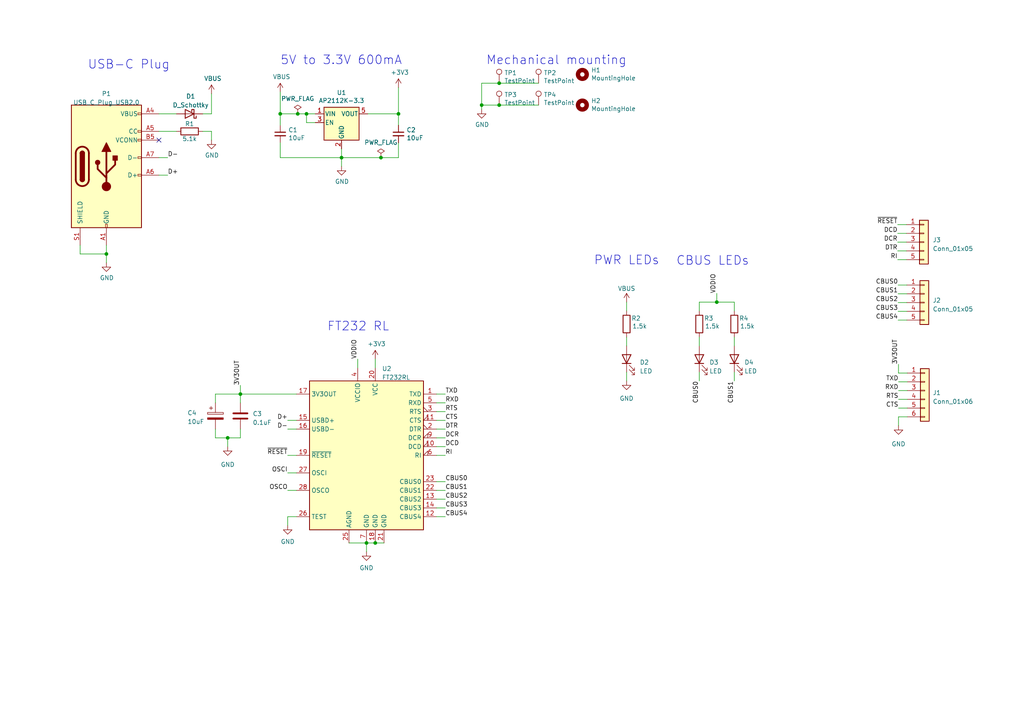
<source format=kicad_sch>
(kicad_sch (version 20230121) (generator eeschema)
  (paper "A4")
  (title_block (title "Expansion Card Template") (date "2023-4-24") (rev "X1") (comment 1 "This work is licensed under a Creative Commons Attribution 4.0 International License") (comment 4 "https://baumistlustig.eu"))
  (lib_symbols
    (symbol "Connector:TestPoint" (pin_numbers hide) (pin_names (offset 0.762) hide)
      (property "Reference" "TP" (at 0 6.858 0))
      (property "Value" "TestPoint" (at 0 5.08 0))
      (symbol "TestPoint_0_1"
        (circle (center 0 3.302) (radius 0.762))
      )
      (symbol "TestPoint_1_1"
        (pin passive line (at 0 0 90) (length 2.54) (name "1") (number "1"))
      )
    )
    (symbol "Connector:USB_C_Plug_USB2.0" (pin_names (offset 1.016))
      (property "Reference" "P" (at -10.16 19.05 0))
      (property "Value" "USB_C_Plug_USB2.0" (at 12.7 19.05 0))
      (symbol "USB_C_Plug_USB2.0_0_0"
        (rectangle (start -0.254 -17.78) (end 0.254 -16.764))
        (rectangle (start 10.16 -2.286) (end 9.144 -2.794))
        (rectangle (start 10.16 2.794) (end 9.144 2.286))
        (rectangle (start 10.16 7.874) (end 9.144 7.366))
        (rectangle (start 10.16 10.414) (end 9.144 9.906))
        (rectangle (start 10.16 15.494) (end 9.144 14.986))
      )
      (symbol "USB_C_Plug_USB2.0_0_1"
        (rectangle (start -10.16 17.78) (end 10.16 -17.78) (stroke (width 0.254)) (fill (type background)))
        (arc (start -8.89 -3.81) (mid -6.985 -5.7067) (end -5.08 -3.81) (stroke (width 0.508)))
        (arc (start -7.62 -3.81) (mid -6.985 -4.4423) (end -6.35 -3.81) (stroke (width 0.254)))
        (arc (start -7.62 -3.81) (mid -6.985 -4.4423) (end -6.35 -3.81) (stroke (width 0.254)) (fill (type outline)))
        (rectangle (start -7.62 -3.81) (end -6.35 3.81) (stroke (width 0.254)) (fill (type outline)))
        (arc (start -6.35 3.81) (mid -6.985 4.4423) (end -7.62 3.81) (stroke (width 0.254)))
        (arc (start -6.35 3.81) (mid -6.985 4.4423) (end -7.62 3.81) (stroke (width 0.254)) (fill (type outline)))
        (arc (start -5.08 3.81) (mid -6.985 5.7067) (end -8.89 3.81) (stroke (width 0.508)))
        (circle (center -2.54 1.143) (radius 0.635) (stroke (width 0.254)) (fill (type outline)))
        (circle (center 0 -5.842) (radius 1.27) (fill (type outline)))
        (polyline (pts (xy -8.89 -3.81) (xy -8.89 3.81)) (stroke (width 0.508)))
        (polyline (pts (xy -5.08 3.81) (xy -5.08 -3.81)) (stroke (width 0.508)))
        (polyline (pts (xy 0 -5.842) (xy 0 4.318)) (stroke (width 0.508)))
        (polyline (pts (xy 0 -3.302) (xy -2.54 -0.762) (xy -2.54 0.508)) (stroke (width 0.508)))
        (polyline (pts (xy 0 -2.032) (xy 2.54 0.508) (xy 2.54 1.778)) (stroke (width 0.508)))
        (polyline (pts (xy -1.27 4.318) (xy 0 6.858) (xy 1.27 4.318) (xy -1.27 4.318)) (stroke (width 0.254)) (fill (type outline)))
        (rectangle (start 1.905 1.778) (end 3.175 3.048) (stroke (width 0.254)) (fill (type outline)))
      )
      (symbol "USB_C_Plug_USB2.0_1_1"
        (pin passive line (at 0 -22.86 90) (length 5.08) (name "GND") (number "A1"))
        (pin passive line (at 0 -22.86 90) (length 5.08) hide (name "GND") (number "A12"))
        (pin passive line (at 15.24 15.24 180) (length 5.08) (name "VBUS") (number "A4"))
        (pin bidirectional line (at 15.24 10.16 180) (length 5.08) (name "CC") (number "A5"))
        (pin bidirectional line (at 15.24 -2.54 180) (length 5.08) (name "D+") (number "A6"))
        (pin bidirectional line (at 15.24 2.54 180) (length 5.08) (name "D-") (number "A7"))
        (pin passive line (at 15.24 15.24 180) (length 5.08) hide (name "VBUS") (number "A9"))
        (pin passive line (at 0 -22.86 90) (length 5.08) hide (name "GND") (number "B1"))
        (pin passive line (at 0 -22.86 90) (length 5.08) hide (name "GND") (number "B12"))
        (pin passive line (at 15.24 15.24 180) (length 5.08) hide (name "VBUS") (number "B4"))
        (pin bidirectional line (at 15.24 7.62 180) (length 5.08) (name "VCONN") (number "B5"))
        (pin passive line (at 15.24 15.24 180) (length 5.08) hide (name "VBUS") (number "B9"))
        (pin passive line (at -7.62 -22.86 90) (length 5.08) (name "SHIELD") (number "S1"))
      )
    )
    (symbol "Connector_Generic:Conn_01x05" (pin_names (offset 1.016) hide)
      (property "Reference" "J" (at 0 7.62 0))
      (property "Value" "Conn_01x05" (at 0 -7.62 0))
      (symbol "Conn_01x05_1_1"
        (rectangle (start -1.27 -4.953) (end 0 -5.207) (stroke (width 0.1524)))
        (rectangle (start -1.27 -2.413) (end 0 -2.667) (stroke (width 0.1524)))
        (rectangle (start -1.27 0.127) (end 0 -0.127) (stroke (width 0.1524)))
        (rectangle (start -1.27 2.667) (end 0 2.413) (stroke (width 0.1524)))
        (rectangle (start -1.27 5.207) (end 0 4.953) (stroke (width 0.1524)))
        (rectangle (start -1.27 6.35) (end 1.27 -6.35) (stroke (width 0.254)) (fill (type background)))
        (pin passive line (at -5.08 5.08 0) (length 3.81) (name "Pin_1") (number "1"))
        (pin passive line (at -5.08 2.54 0) (length 3.81) (name "Pin_2") (number "2"))
        (pin passive line (at -5.08 0 0) (length 3.81) (name "Pin_3") (number "3"))
        (pin passive line (at -5.08 -2.54 0) (length 3.81) (name "Pin_4") (number "4"))
        (pin passive line (at -5.08 -5.08 0) (length 3.81) (name "Pin_5") (number "5"))
      )
    )
    (symbol "Connector_Generic:Conn_01x06" (pin_names (offset 1.016) hide)
      (property "Reference" "J" (at 0 7.62 0))
      (property "Value" "Conn_01x06" (at 0 -10.16 0))
      (symbol "Conn_01x06_1_1"
        (rectangle (start -1.27 -7.493) (end 0 -7.747) (stroke (width 0.1524)))
        (rectangle (start -1.27 -4.953) (end 0 -5.207) (stroke (width 0.1524)))
        (rectangle (start -1.27 -2.413) (end 0 -2.667) (stroke (width 0.1524)))
        (rectangle (start -1.27 0.127) (end 0 -0.127) (stroke (width 0.1524)))
        (rectangle (start -1.27 2.667) (end 0 2.413) (stroke (width 0.1524)))
        (rectangle (start -1.27 5.207) (end 0 4.953) (stroke (width 0.1524)))
        (rectangle (start -1.27 6.35) (end 1.27 -8.89) (stroke (width 0.254)) (fill (type background)))
        (pin passive line (at -5.08 5.08 0) (length 3.81) (name "Pin_1") (number "1"))
        (pin passive line (at -5.08 2.54 0) (length 3.81) (name "Pin_2") (number "2"))
        (pin passive line (at -5.08 0 0) (length 3.81) (name "Pin_3") (number "3"))
        (pin passive line (at -5.08 -2.54 0) (length 3.81) (name "Pin_4") (number "4"))
        (pin passive line (at -5.08 -5.08 0) (length 3.81) (name "Pin_5") (number "5"))
        (pin passive line (at -5.08 -7.62 0) (length 3.81) (name "Pin_6") (number "6"))
      )
    )
    (symbol "Device:C" (pin_numbers hide) (pin_names (offset 0.254))
      (property "Reference" "C" (at 0.635 2.54 0))
      (property "Value" "C" (at 0.635 -2.54 0))
      (symbol "C_0_1"
        (polyline (pts (xy -2.032 -0.762) (xy 2.032 -0.762)) (stroke (width 0.508)))
        (polyline (pts (xy -2.032 0.762) (xy 2.032 0.762)) (stroke (width 0.508)))
      )
      (symbol "C_1_1"
        (pin passive line (at 0 3.81 270) (length 2.794) (name "~") (number "1"))
        (pin passive line (at 0 -3.81 90) (length 2.794) (name "~") (number "2"))
      )
    )
    (symbol "Device:C_Polarized" (pin_numbers hide) (pin_names (offset 0.254))
      (property "Reference" "C" (at 0.635 2.54 0))
      (property "Value" "C_Polarized" (at 0.635 -2.54 0))
      (symbol "C_Polarized_0_1"
        (rectangle (start -2.286 0.508) (end 2.286 1.016))
        (polyline (pts (xy -1.778 2.286) (xy -0.762 2.286)))
        (polyline (pts (xy -1.27 2.794) (xy -1.27 1.778)))
        (rectangle (start 2.286 -0.508) (end -2.286 -1.016) (fill (type outline)))
      )
      (symbol "C_Polarized_1_1"
        (pin passive line (at 0 3.81 270) (length 2.794) (name "~") (number "1"))
        (pin passive line (at 0 -3.81 90) (length 2.794) (name "~") (number "2"))
      )
    )
    (symbol "Device:C_Small" (pin_numbers hide) (pin_names (offset 0.254) hide)
      (property "Reference" "C" (at 0.254 1.778 0))
      (property "Value" "C_Small" (at 0.254 -2.032 0))
      (symbol "C_Small_0_1"
        (polyline (pts (xy -1.524 -0.508) (xy 1.524 -0.508)) (stroke (width 0.3302)))
        (polyline (pts (xy -1.524 0.508) (xy 1.524 0.508)) (stroke (width 0.3048)))
      )
      (symbol "C_Small_1_1"
        (pin passive line (at 0 2.54 270) (length 2.032) (name "~") (number "1"))
        (pin passive line (at 0 -2.54 90) (length 2.032) (name "~") (number "2"))
      )
    )
    (symbol "Device:D_Schottky" (pin_numbers hide) (pin_names (offset 1.016) hide)
      (property "Reference" "D" (at 0 2.54 0))
      (property "Value" "D_Schottky" (at 0 -2.54 0))
      (symbol "D_Schottky_0_1"
        (polyline (pts (xy 1.27 0) (xy -1.27 0)))
        (polyline (pts (xy 1.27 1.27) (xy 1.27 -1.27) (xy -1.27 0) (xy 1.27 1.27)) (stroke (width 0.254)))
        (polyline (pts (xy -1.905 0.635) (xy -1.905 1.27) (xy -1.27 1.27) (xy -1.27 -1.27) (xy -0.635 -1.27) (xy -0.635 -0.635)) (stroke (width 0.254)))
      )
      (symbol "D_Schottky_1_1"
        (pin passive line (at -3.81 0 0) (length 2.54) (name "K") (number "1"))
        (pin passive line (at 3.81 0 180) (length 2.54) (name "A") (number "2"))
      )
    )
    (symbol "Device:LED" (pin_numbers hide) (pin_names (offset 1.016) hide)
      (property "Reference" "D" (at 0 2.54 0))
      (property "Value" "LED" (at 0 -2.54 0))
      (symbol "LED_0_1"
        (polyline (pts (xy -1.27 -1.27) (xy -1.27 1.27)) (stroke (width 0.254)))
        (polyline (pts (xy -1.27 0) (xy 1.27 0)))
        (polyline (pts (xy 1.27 -1.27) (xy 1.27 1.27) (xy -1.27 0) (xy 1.27 -1.27)) (stroke (width 0.254)))
        (polyline (pts (xy -3.048 -0.762) (xy -4.572 -2.286) (xy -3.81 -2.286) (xy -4.572 -2.286) (xy -4.572 -1.524)))
        (polyline (pts (xy -1.778 -0.762) (xy -3.302 -2.286) (xy -2.54 -2.286) (xy -3.302 -2.286) (xy -3.302 -1.524)))
      )
      (symbol "LED_1_1"
        (pin passive line (at -3.81 0 0) (length 2.54) (name "K") (number "1"))
        (pin passive line (at 3.81 0 180) (length 2.54) (name "A") (number "2"))
      )
    )
    (symbol "Device:R" (pin_numbers hide) (pin_names (offset 0))
      (property "Reference" "R" (at 2.032 0 90))
      (property "Value" "R" (at 0 0 90))
      (symbol "R_0_1"
        (rectangle (start -1.016 -2.54) (end 1.016 2.54) (stroke (width 0.254)))
      )
      (symbol "R_1_1"
        (pin passive line (at 0 3.81 270) (length 1.27) (name "~") (number "1"))
        (pin passive line (at 0 -3.81 90) (length 1.27) (name "~") (number "2"))
      )
    )
    (symbol "Expansion_Card-rescue:+3.3V-power" (power) (pin_names (offset 0))
      (property "Value" "+3.3V-power" (at 0 3.556 0))
      (symbol "+3.3V-power_0_1"
        (polyline (pts (xy -0.762 1.27) (xy 0 2.54)))
        (polyline (pts (xy 0 0) (xy 0 2.54)))
        (polyline (pts (xy 0 2.54) (xy 0.762 1.27)))
      )
      (symbol "+3.3V-power_1_1"
        (pin power_in line (at 0 0 90) (length 0) hide (name "+3V3") (number "1"))
      )
    )
    (symbol "GND_1" (power) (pin_names (offset 0))
      (property "Value" "GND_1" (at 0 -3.81 0))
      (symbol "GND_1_0_1"
        (polyline (pts (xy 0 0) (xy 0 -1.27) (xy 1.27 -1.27) (xy 0 -2.54) (xy -1.27 -1.27) (xy 0 -1.27)))
      )
      (symbol "GND_1_1_1"
        (pin power_in line (at 0 0 270) (length 0) hide (name "GND") (number "1"))
      )
    )
    (symbol "GND_2" (power) (pin_names (offset 0))
      (property "Value" "GND_2" (at 0 -3.81 0))
      (symbol "GND_2_0_1"
        (polyline (pts (xy 0 0) (xy 0 -1.27) (xy 1.27 -1.27) (xy 0 -2.54) (xy -1.27 -1.27) (xy 0 -1.27)))
      )
      (symbol "GND_2_1_1"
        (pin power_in line (at 0 0 270) (length 0) hide (name "GND") (number "1"))
      )
    )
    (symbol "GND_3" (power) (pin_names (offset 0))
      (property "Value" "GND_3" (at 0 -3.81 0))
      (symbol "GND_3_0_1"
        (polyline (pts (xy 0 0) (xy 0 -1.27) (xy 1.27 -1.27) (xy 0 -2.54) (xy -1.27 -1.27) (xy 0 -1.27)))
      )
      (symbol "GND_3_1_1"
        (pin power_in line (at 0 0 270) (length 0) hide (name "GND") (number "1"))
      )
    )
    (symbol "GND_4" (power) (pin_names (offset 0))
      (property "Value" "GND_4" (at 0 -3.81 0))
      (symbol "GND_4_0_1"
        (polyline (pts (xy 0 0) (xy 0 -1.27) (xy 1.27 -1.27) (xy 0 -2.54) (xy -1.27 -1.27) (xy 0 -1.27)))
      )
      (symbol "GND_4_1_1"
        (pin power_in line (at 0 0 270) (length 0) hide (name "GND") (number "1"))
      )
    )
    (symbol "Interface_USB:FT232RL"
      (property "Reference" "U" (at -16.51 22.86 0))
      (property "Value" "FT232RL" (at 10.16 22.86 0))
      (symbol "FT232RL_0_1"
        (rectangle (start -16.51 21.59) (end 16.51 -21.59) (stroke (width 0.254)) (fill (type background)))
      )
      (symbol "FT232RL_1_1"
        (pin output line (at 20.32 17.78 180) (length 3.81) (name "TXD") (number "1"))
        (pin input input_low (at 20.32 2.54 180) (length 3.81) (name "DCD") (number "10"))
        (pin input input_low (at 20.32 10.16 180) (length 3.81) (name "CTS") (number "11"))
        (pin bidirectional line (at 20.32 -17.78 180) (length 3.81) (name "CBUS4") (number "12"))
        (pin bidirectional line (at 20.32 -12.7 180) (length 3.81) (name "CBUS2") (number "13"))
        (pin bidirectional line (at 20.32 -15.24 180) (length 3.81) (name "CBUS3") (number "14"))
        (pin bidirectional line (at -20.32 10.16 0) (length 3.81) (name "USBD+") (number "15"))
        (pin bidirectional line (at -20.32 7.62 0) (length 3.81) (name "USBD-") (number "16"))
        (pin power_out line (at -20.32 17.78 0) (length 3.81) (name "3V3OUT") (number "17"))
        (pin power_in line (at 2.54 -25.4 90) (length 3.81) (name "GND") (number "18"))
        (pin input line (at -20.32 0 0) (length 3.81) (name "~{RESET}") (number "19"))
        (pin output output_low (at 20.32 7.62 180) (length 3.81) (name "DTR") (number "2"))
        (pin power_in line (at 2.54 25.4 270) (length 3.81) (name "VCC") (number "20"))
        (pin power_in line (at 5.08 -25.4 90) (length 3.81) (name "GND") (number "21"))
        (pin bidirectional line (at 20.32 -10.16 180) (length 3.81) (name "CBUS1") (number "22"))
        (pin bidirectional line (at 20.32 -7.62 180) (length 3.81) (name "CBUS0") (number "23"))
        (pin power_in line (at -5.08 -25.4 90) (length 3.81) (name "AGND") (number "25"))
        (pin input line (at -20.32 -17.78 0) (length 3.81) (name "TEST") (number "26"))
        (pin input line (at -20.32 -5.08 0) (length 3.81) (name "OSCI") (number "27"))
        (pin output line (at -20.32 -10.16 0) (length 3.81) (name "OSCO") (number "28"))
        (pin output output_low (at 20.32 12.7 180) (length 3.81) (name "RTS") (number "3"))
        (pin power_in line (at -2.54 25.4 270) (length 3.81) (name "VCCIO") (number "4"))
        (pin input line (at 20.32 15.24 180) (length 3.81) (name "RXD") (number "5"))
        (pin input input_low (at 20.32 0 180) (length 3.81) (name "RI") (number "6"))
        (pin power_in line (at 0 -25.4 90) (length 3.81) (name "GND") (number "7"))
        (pin input input_low (at 20.32 5.08 180) (length 3.81) (name "DCR") (number "9"))
      )
    )
    (symbol "Mechanical:MountingHole" (pin_names (offset 1.016))
      (property "Reference" "H" (at 0 5.08 0))
      (property "Value" "MountingHole" (at 0 3.175 0))
      (symbol "MountingHole_0_1"
        (circle (center 0 0) (radius 1.27) (stroke (width 1.27)))
      )
    )
    (symbol "Regulator_Linear:AP2112K-3.3" (pin_names (offset 0.254))
      (property "Reference" "U" (at -5.08 5.715 0))
      (property "Value" "AP2112K-3.3" (at 0 5.715 0))
      (symbol "AP2112K-3.3_0_1"
        (rectangle (start -5.08 4.445) (end 5.08 -5.08) (stroke (width 0.254)) (fill (type background)))
      )
      (symbol "AP2112K-3.3_1_1"
        (pin power_in line (at -7.62 2.54 0) (length 2.54) (name "VIN") (number "1"))
        (pin power_in line (at 0 -7.62 90) (length 2.54) (name "GND") (number "2"))
        (pin input line (at -7.62 0 0) (length 2.54) (name "EN") (number "3"))
        (pin no_connect line (at 5.08 0 180) (length 2.54) hide (name "NC") (number "4"))
        (pin power_out line (at 7.62 2.54 180) (length 2.54) (name "VOUT") (number "5"))
      )
    )
    (symbol "VBUS_1" (power) (pin_names (offset 0))
      (property "Value" "VBUS_1" (at 0 3.81 0))
      (symbol "VBUS_1_0_1"
        (polyline (pts (xy -0.762 1.27) (xy 0 2.54)))
        (polyline (pts (xy 0 0) (xy 0 2.54)))
        (polyline (pts (xy 0 2.54) (xy 0.762 1.27)))
      )
      (symbol "VBUS_1_1_1"
        (pin power_in line (at 0 0 90) (length 0) hide (name "VBUS") (number "1"))
      )
    )
    (symbol "power:GND" (power) (pin_names (offset 0))
      (property "Value" "GND" (at 0 -3.81 0))
      (symbol "GND_0_1"
        (polyline (pts (xy 0 0) (xy 0 -1.27) (xy 1.27 -1.27) (xy 0 -2.54) (xy -1.27 -1.27) (xy 0 -1.27)))
      )
      (symbol "GND_1_1"
        (pin power_in line (at 0 0 270) (length 0) hide (name "GND") (number "1"))
      )
    )
    (symbol "power:PWR_FLAG" (power) (pin_numbers hide) (pin_names (offset 0) hide)
      (property "Value" "PWR_FLAG" (at 0 3.81 0))
      (symbol "PWR_FLAG_0_0"
        (pin power_out line (at 0 0 90) (length 0) (name "pwr") (number "1"))
      )
      (symbol "PWR_FLAG_0_1"
        (polyline (pts (xy 0 0) (xy 0 1.27) (xy -1.016 1.905) (xy 0 2.54) (xy 1.016 1.905) (xy 0 1.27)))
      )
    )
    (symbol "power:VBUS" (power) (pin_names (offset 0))
      (property "Value" "VBUS" (at 0 3.81 0))
      (symbol "VBUS_0_1"
        (polyline (pts (xy -0.762 1.27) (xy 0 2.54)))
        (polyline (pts (xy 0 0) (xy 0 2.54)))
        (polyline (pts (xy 0 2.54) (xy 0.762 1.27)))
      )
      (symbol "VBUS_1_1"
        (pin power_in line (at 0 0 90) (length 0) hide (name "VBUS") (number "1"))
      )
    )
  )
  (junction (at 81.28 33.02))
  (junction (at 30.861 73.66))
  (junction (at 69.723 114.3))
  (junction (at 86.36 33.02))
  (junction (at 144.78 24.13))
  (junction (at 99.06 45.72))
  (junction (at 115.57 33.02))
  (junction (at 144.78 30.48))
  (junction (at 106.299 157.48))
  (junction (at 139.7 30.48))
  (junction (at 110.49 45.72))
  (junction (at 207.899 87.63))
  (junction (at 88.9 33.02))
  (junction (at 66.04 127))
  (junction (at 108.839 157.48))
  (no_connect (at 46.101 40.64))
  (wire (pts (xy 108.839 106.68) (xy 108.839 104.14)))
  (wire (pts (xy 106.299 160.02) (xy 106.299 157.48)))
  (wire (pts (xy 260.604 113.284) (xy 263.144 113.284)))
  (wire (pts (xy 260.35 70.231) (xy 262.89 70.231)))
  (wire (pts (xy 139.7 24.13) (xy 139.7 30.48)))
  (wire (pts (xy 69.723 114.3) (xy 69.723 111.76)))
  (wire (pts (xy 260.35 67.691) (xy 262.89 67.691)))
  (wire (pts (xy 260.477 90.297) (xy 263.017 90.297)))
  (wire (pts (xy 83.439 152.4) (xy 83.439 149.86)))
  (wire (pts (xy 260.604 108.204) (xy 263.144 108.204)))
  (wire (pts (xy 115.57 36.322) (xy 115.57 33.02)))
  (wire (pts (xy 129.159 144.78) (xy 126.619 144.78)))
  (wire (pts (xy 86.36 33.02) (xy 88.9 33.02)))
  (wire (pts (xy 91.44 35.56) (xy 88.9 35.56)))
  (wire (pts (xy 99.06 43.18) (xy 99.06 45.72)))
  (wire (pts (xy 61.341 38.1) (xy 61.341 40.64)))
  (wire (pts (xy 202.819 90.17) (xy 202.819 87.63)))
  (wire (pts (xy 139.7 31.75) (xy 139.7 30.48)))
  (wire (pts (xy 202.819 87.63) (xy 207.899 87.63)))
  (wire (pts (xy 181.737 90.17) (xy 181.737 87.63)))
  (wire (pts (xy 212.979 87.63) (xy 212.979 90.17)))
  (wire (pts (xy 48.641 45.72) (xy 46.101 45.72)))
  (wire (pts (xy 46.101 33.02) (xy 51.181 33.02)))
  (wire (pts (xy 260.477 87.757) (xy 263.017 87.757)))
  (wire (pts (xy 129.159 147.32) (xy 126.619 147.32)))
  (wire (pts (xy 62.484 127) (xy 66.04 127)))
  (wire (pts (xy 110.49 45.72) (xy 115.57 45.72)))
  (wire (pts (xy 106.68 33.02) (xy 115.57 33.02)))
  (wire (pts (xy 23.241 73.66) (xy 30.861 73.66)))
  (wire (pts (xy 207.899 87.63) (xy 212.979 87.63)))
  (wire (pts (xy 260.604 110.744) (xy 263.144 110.744)))
  (wire (pts (xy 61.341 33.02) (xy 61.341 27.178)))
  (wire (pts (xy 48.641 50.8) (xy 46.101 50.8)))
  (wire (pts (xy 58.801 33.02) (xy 61.341 33.02)))
  (wire (pts (xy 69.723 114.3) (xy 85.979 114.3)))
  (wire (pts (xy 62.484 127) (xy 62.484 124.46)))
  (wire (pts (xy 81.28 41.402) (xy 81.28 45.72)))
  (wire (pts (xy 207.899 87.63) (xy 207.899 85.09)))
  (wire (pts (xy 129.159 127) (xy 126.619 127)))
  (wire (pts (xy 129.159 139.7) (xy 126.619 139.7)))
  (wire (pts (xy 81.28 36.322) (xy 81.28 33.02)))
  (wire (pts (xy 81.28 45.72) (xy 99.06 45.72)))
  (wire (pts (xy 260.35 75.311) (xy 262.89 75.311)))
  (wire (pts (xy 181.737 100.33) (xy 181.737 97.79)))
  (wire (pts (xy 144.78 24.13) (xy 139.7 24.13)))
  (wire (pts (xy 260.35 72.771) (xy 262.89 72.771)))
  (wire (pts (xy 129.159 124.46) (xy 126.619 124.46)))
  (wire (pts (xy 103.759 106.68) (xy 103.759 104.14)))
  (wire (pts (xy 129.159 129.54) (xy 126.619 129.54)))
  (wire (pts (xy 202.819 110.49) (xy 202.819 107.95)))
  (wire (pts (xy 260.604 108.204) (xy 260.604 105.664)))
  (wire (pts (xy 58.801 38.1) (xy 61.341 38.1)))
  (wire (pts (xy 62.484 114.3) (xy 69.723 114.3)))
  (wire (pts (xy 181.737 110.49) (xy 181.737 107.95)))
  (wire (pts (xy 99.06 48.26) (xy 99.06 45.72)))
  (wire (pts (xy 202.819 100.33) (xy 202.819 97.79)))
  (wire (pts (xy 83.439 124.46) (xy 85.979 124.46)))
  (wire (pts (xy 23.241 71.12) (xy 23.241 73.66)))
  (wire (pts (xy 260.604 120.904) (xy 263.144 120.904)))
  (wire (pts (xy 115.57 41.402) (xy 115.57 45.72)))
  (wire (pts (xy 212.979 107.95) (xy 212.979 110.49)))
  (wire (pts (xy 30.861 76.2) (xy 30.861 73.66)))
  (wire (pts (xy 260.35 65.151) (xy 262.89 65.151)))
  (wire (pts (xy 83.439 137.16) (xy 85.979 137.16)))
  (wire (pts (xy 88.9 33.02) (xy 91.44 33.02)))
  (wire (pts (xy 129.159 142.24) (xy 126.619 142.24)))
  (wire (pts (xy 66.04 127) (xy 69.723 127)))
  (wire (pts (xy 106.299 157.48) (xy 108.839 157.48)))
  (wire (pts (xy 129.159 119.38) (xy 126.619 119.38)))
  (wire (pts (xy 83.439 142.24) (xy 85.979 142.24)))
  (wire (pts (xy 260.604 115.824) (xy 263.144 115.824)))
  (wire (pts (xy 81.28 33.02) (xy 86.36 33.02)))
  (wire (pts (xy 99.06 45.72) (xy 110.49 45.72)))
  (wire (pts (xy 83.439 121.92) (xy 85.979 121.92)))
  (wire (pts (xy 129.159 116.84) (xy 126.619 116.84)))
  (wire (pts (xy 30.861 73.66) (xy 30.861 71.12)))
  (wire (pts (xy 260.477 92.837) (xy 263.017 92.837)))
  (wire (pts (xy 260.477 85.217) (xy 263.017 85.217)))
  (wire (pts (xy 83.439 132.08) (xy 85.979 132.08)))
  (wire (pts (xy 46.101 38.1) (xy 51.181 38.1)))
  (wire (pts (xy 62.484 114.3) (xy 62.484 116.84)))
  (wire (pts (xy 69.723 114.3) (xy 69.723 116.84)))
  (wire (pts (xy 260.477 82.677) (xy 263.017 82.677)))
  (wire (pts (xy 156.21 30.48) (xy 144.78 30.48)))
  (wire (pts (xy 129.159 132.08) (xy 126.619 132.08)))
  (wire (pts (xy 101.219 157.48) (xy 106.299 157.48)))
  (wire (pts (xy 66.04 129.54) (xy 66.04 127)))
  (wire (pts (xy 83.439 149.86) (xy 85.979 149.86)))
  (wire (pts (xy 129.159 149.86) (xy 126.619 149.86)))
  (wire (pts (xy 156.21 24.13) (xy 144.78 24.13)))
  (wire (pts (xy 108.839 157.48) (xy 111.379 157.48)))
  (wire (pts (xy 129.159 114.3) (xy 126.619 114.3)))
  (wire (pts (xy 144.78 30.48) (xy 139.7 30.48)))
  (wire (pts (xy 81.28 26.67) (xy 81.28 33.02)))
  (wire (pts (xy 129.159 121.92) (xy 126.619 121.92)))
  (wire (pts (xy 260.604 118.364) (xy 263.144 118.364)))
  (wire (pts (xy 212.979 100.33) (xy 212.979 97.79)))
  (wire (pts (xy 69.723 127) (xy 69.723 124.46)))
  (wire (pts (xy 88.9 35.56) (xy 88.9 33.02)))
  (wire (pts (xy 115.57 25.4) (xy 115.57 33.02)))
  (wire (pts (xy 260.604 123.444) (xy 260.604 120.904)))
  (text "USB-C Plug" (at 25.4 20.32 0) (effects (font (size 2.54 2.54)) (justify left bottom)))
  (text "FT232 RL" (at 94.869 96.266 0) (effects (font (size 2.54 2.54)) (justify left bottom)))
  (text "PWR LEDs" (at 172.212 77.089 0) (effects (font (size 2.54 2.54)) (justify left bottom)))
  (text "CBUS LEDs" (at 196.088 77.216 0) (effects (font (size 2.54 2.54)) (justify left bottom)))
  (text "Mechanical mounting" (at 140.97 19.05 0) (effects (font (size 2.54 2.54)) (justify left bottom)))
  (text "5V to 3.3V 600mA" (at 81.28 19.05 0) (effects (font (size 2.54 2.54)) (justify left bottom)))
  (label "D+" (at 83.439 121.92 180))
  (label "RXD" (at 129.159 116.84 0))
  (label "CBUS3" (at 260.477 90.297 180))
  (label "RI" (at 260.35 75.311 180))
  (label "CBUS0" (at 202.819 110.49 270))
  (label "~{RESET}" (at 260.35 65.151 180))
  (label "DCR" (at 129.159 127 0))
  (label "D-" (at 48.641 45.72 0))
  (label "DTR" (at 260.35 72.771 180))
  (label "~{RESET}" (at 83.439 132.08 180))
  (label "DCD" (at 129.159 129.54 0))
  (label "TXD" (at 129.159 114.3 0))
  (label "VDDIO" (at 103.759 104.14 90))
  (label "CBUS3" (at 129.159 147.32 0))
  (label "DCR" (at 260.35 70.231 180))
  (label "CTS" (at 129.159 121.92 0))
  (label "RTS" (at 129.159 119.38 0))
  (label "RTS" (at 260.604 115.824 180))
  (label "DCD" (at 260.35 67.691 180))
  (label "3V3OUT" (at 260.604 105.664 90))
  (label "CBUS1" (at 260.477 85.217 180))
  (label "CBUS0" (at 129.159 139.7 0))
  (label "OSCI" (at 83.439 137.16 180))
  (label "CBUS4" (at 260.477 92.837 180))
  (label "D+" (at 48.641 50.8 0))
  (label "RI" (at 129.159 132.08 0))
  (label "CBUS1" (at 212.979 110.49 270))
  (label "CBUS2" (at 260.477 87.757 180))
  (label "CBUS2" (at 129.159 144.78 0))
  (label "TXD" (at 260.604 110.744 180))
  (label "DTR" (at 129.159 124.46 0))
  (label "CBUS0" (at 260.477 82.677 180))
  (label "OSCO" (at 83.439 142.24 180))
  (label "D-" (at 83.439 124.46 180))
  (label "CTS" (at 260.604 118.364 180))
  (label "RXD" (at 260.604 113.284 180))
  (label "VDDIO" (at 207.899 85.09 90))
  (label "CBUS1" (at 129.159 142.24 0))
  (label "CBUS4" (at 129.159 149.86 0))
  (label "3V3OUT" (at 69.723 111.76 90))
  (symbol (lib_id "Regulator_Linear:AP2112K-3.3") (at 99.06 35.56 0) (unit 1)
    (property "Reference" "U1" (at 99.06 26.8732 0))
    (property "Value" "AP2112K-3.3" (at 99.06 29.1846 0))
    (property "Footprint" "Package_TO_SOT_SMD:SOT-23-5" (effects hide))
    (property "Datasheet" "https://www.diodes.com/assets/Datasheets/AP2112.pdf" (effects hide))
  )
  (symbol (lib_id "Device:C_Small") (at 81.28 38.862 0) (unit 1)
    (property "Reference" "C1" (at 83.6168 37.6936 0) (effects (justify left)))
    (property "Value" "10uF" (at 83.6168 40.005 0) (effects (justify left)))
    (property "Footprint" "Capacitor_SMD:C_0805_2012Metric" (effects hide))
  )
  (symbol (lib_id "Device:C_Small") (at 115.57 38.862 0) (unit 1)
    (property "Reference" "C2" (at 117.9068 37.6936 0) (effects (justify left)))
    (property "Value" "10uF" (at 117.9068 40.005 0) (effects (justify left)))
    (property "Footprint" "Capacitor_SMD:C_0805_2012Metric" (effects hide))
  )
  (symbol (lib_id "Expansion_Card-rescue:+3.3V-power") (at 115.57 25.4 0) (unit 1)
    (property "Reference" "#PWR05" (effects hide))
    (property "Value" "+3.3V" (at 115.951 21.0058 0))
  )
  (symbol (lib_id "power:VBUS") (at 81.28 26.67 0) (unit 1)
    (property "Reference" "#PWR04" (effects hide))
    (property "Value" "VBUS" (at 81.661 22.2758 0))
  )
  (symbol (lib_id "Mechanical:MountingHole") (at 168.91 21.59 0) (unit 1)
    (property "Reference" "H1" (at 171.45 20.3454 0) (effects (justify left)))
    (property "Value" "MountingHole" (at 171.45 22.6568 0) (effects (justify left)))
    (property "Footprint" "MountingHole:MountingHole_2.2mm_M2" (effects hide))
  )
  (symbol (lib_id "Mechanical:MountingHole") (at 168.91 30.48 0) (unit 1)
    (property "Reference" "H2" (at 171.45 29.2354 0) (effects (justify left)))
    (property "Value" "MountingHole" (at 171.45 31.5468 0) (effects (justify left)))
    (property "Footprint" "MountingHole:MountingHole_2.2mm_M2" (effects hide))
  )
  (symbol (lib_id "power:PWR_FLAG") (at 86.36 33.02 0) (unit 1)
    (property "Reference" "#FLG01" (effects hide))
    (property "Value" "PWR_FLAG" (at 86.36 28.6258 0))
  )
  (symbol (lib_id "power:PWR_FLAG") (at 110.49 45.72 0) (unit 1)
    (property "Reference" "#FLG02" (effects hide))
    (property "Value" "PWR_FLAG" (at 110.49 41.3258 0))
  )
  (symbol (lib_id "Connector:TestPoint") (at 156.21 24.13 0) (unit 1)
    (property "Reference" "TP2" (at 157.6832 21.1328 0) (effects (justify left)))
    (property "Value" "TestPoint" (at 157.6832 23.4442 0) (effects (justify left)))
  )
  (symbol (lib_id "Connector:TestPoint") (at 144.78 24.13 0) (unit 1)
    (property "Reference" "TP1" (at 146.2532 21.1328 0) (effects (justify left)))
    (property "Value" "TestPoint" (at 146.2532 23.4442 0) (effects (justify left)))
  )
  (symbol (lib_id "Connector:TestPoint") (at 144.78 30.48 0) (unit 1)
    (property "Reference" "TP3" (at 146.2532 27.4828 0) (effects (justify left)))
    (property "Value" "TestPoint" (at 146.2532 29.7942 0) (effects (justify left)))
  )
  (symbol (lib_id "Connector:TestPoint") (at 156.21 30.48 0) (unit 1)
    (property "Reference" "TP4" (at 157.6832 27.4828 0) (effects (justify left)))
    (property "Value" "TestPoint" (at 157.6832 29.7942 0) (effects (justify left)))
  )
  (symbol (lib_id "power:GND") (at 139.7 31.75 0) (unit 1)
    (property "Reference" "#PWR0101" (effects hide))
    (property "Value" "GND" (at 139.827 36.1442 0))
  )
  (symbol (lib_id "Connector_Generic:Conn_01x06") (at 268.224 113.284 0) (unit 1)
    (property "Reference" "J1" (at 270.51 113.919 0) (effects (justify left)))
    (property "Value" "Conn_01x06" (at 270.51 116.459 0) (effects (justify left)))
    (property "Footprint" "Connector_PinHeader_2.00mm:PinHeader_1x06_P2.00mm_Horizontal" (effects hide))
  )
  (symbol (lib_id "Device:R") (at 212.979 93.98 0) (unit 1)
    (property "Reference" "R4" (at 214.376 92.329 0) (effects (justify left)))
    (property "Value" "1.5k" (at 214.63 94.615 0) (effects (justify left)))
    (property "Footprint" "Resistor_SMD:R_0201_0603Metric" (effects hide))
  )
  (symbol (lib_id "Connector_Generic:Conn_01x05") (at 267.97 70.231 0) (unit 1)
    (property "Reference" "J3" (at 270.51 69.596 0) (effects (justify left)))
    (property "Value" "Conn_01x05" (at 270.51 72.136 0) (effects (justify left)))
    (property "Footprint" "Connector_PinHeader_2.00mm:PinHeader_1x05_P2.00mm_Vertical" (effects hide))
  )
  (symbol (lib_id "power:VBUS") (at 61.341 27.178 0) (unit 1)
    (property "Reference" "#PWR013" (effects hide))
    (property "Value" "VBUS" (at 61.722 22.7838 0))
  )
  (symbol (lib_id "Expansion_Card-rescue:+3.3V-power") (at 108.839 104.14 0) (unit 1)
    (property "Reference" "#PWR01" (effects hide))
    (property "Value" "+3.3V" (at 109.22 99.7458 0))
  )
  (symbol (lib_name "GND_1") (lib_id "power:GND") (at 83.439 152.4 0) (unit 1)
    (property "Reference" "#PWR03" (effects hide))
    (property "Value" "GND" (at 83.439 157.099 0))
  )
  (symbol (lib_id "Device:LED") (at 181.737 104.14 90) (unit 1)
    (property "Reference" "D2" (at 185.547 105.0925 90) (effects (justify right)))
    (property "Value" "LED" (at 185.547 107.6325 90) (effects (justify right)))
    (property "Footprint" "LED_SMD:LED_0201_0603Metric" (effects hide))
  )
  (symbol (lib_id "Interface_USB:FT232RL") (at 106.299 132.08 0) (unit 1)
    (property "Reference" "U2" (at 110.7949 106.934 0) (effects (justify left)))
    (property "Value" "FT232RL" (at 110.7949 109.474 0) (effects (justify left)))
    (property "Footprint" "Package_SO:SSOP-28_5.3x10.2mm_P0.65mm" (effects hide))
    (property "Datasheet" "https://www.ftdichip.com/Support/Documents/DataSheets/ICs/DS_FT232R.pdf" (effects hide))
  )
  (symbol (lib_name "GND_1") (lib_id "power:GND") (at 106.299 160.02 0) (unit 1)
    (property "Reference" "#PWR07" (effects hide))
    (property "Value" "GND" (at 106.299 164.719 0))
  )
  (symbol (lib_id "Device:LED") (at 212.979 104.14 90) (unit 1)
    (property "Reference" "D4" (at 215.9 105.0925 90) (effects (justify right)))
    (property "Value" "LED" (at 215.9 107.6325 90) (effects (justify right)))
    (property "Footprint" "LED_SMD:LED_0201_0603Metric" (effects hide))
  )
  (symbol (lib_id "Device:R") (at 202.819 93.98 0) (unit 1)
    (property "Reference" "R3" (at 204.216 92.329 0) (effects (justify left)))
    (property "Value" "1.5k" (at 204.47 94.615 0) (effects (justify left)))
    (property "Footprint" "Resistor_SMD:R_0201_0603Metric" (effects hide))
  )
  (symbol (lib_id "power:GND") (at 30.861 76.2 0) (unit 1)
    (property "Reference" "#PWR011" (effects hide))
    (property "Value" "GND" (at 30.988 80.5942 0))
  )
  (symbol (lib_id "power:GND") (at 61.341 40.64 0) (unit 1)
    (property "Reference" "#PWR012" (effects hide))
    (property "Value" "GND" (at 61.468 45.0342 0))
  )
  (symbol (lib_name "GND_4") (lib_id "power:GND") (at 181.737 110.49 0) (unit 1)
    (property "Reference" "#PWR010" (effects hide))
    (property "Value" "GND" (at 181.737 115.57 0))
  )
  (symbol (lib_id "Device:D_Schottky") (at 54.991 33.02 180) (unit 1)
    (property "Reference" "D1" (at 55.3085 27.94 0))
    (property "Value" "D_Schottky" (at 55.3085 30.48 0))
    (property "Footprint" "Diode_SMD:D_0201_0603Metric" (effects hide))
  )
  (symbol (lib_id "Device:R") (at 54.991 38.1 90) (unit 1)
    (property "Reference" "R1" (at 54.991 35.941 90))
    (property "Value" "5.1k" (at 54.991 40.259 90))
    (property "Footprint" "Resistor_SMD:R_0201_0603Metric" (effects hide))
  )
  (symbol (lib_id "Device:C") (at 69.723 120.65 0) (unit 1)
    (property "Reference" "C3" (at 73.279 120.015 0) (effects (justify left)))
    (property "Value" "0.1uF" (at 73.279 122.555 0) (effects (justify left)))
    (property "Footprint" "Capacitor_SMD:C_0805_2012Metric" (effects hide))
  )
  (symbol (lib_id "Device:C_Polarized") (at 62.484 120.65 0) (unit 1)
    (property "Reference" "C4" (at 54.356 119.761 0) (effects (justify left)))
    (property "Value" "10uF" (at 54.356 122.301 0) (effects (justify left)))
    (property "Footprint" "Capacitor_SMD:C_0805_2012Metric" (effects hide))
  )
  (symbol (lib_name "GND_2") (lib_id "power:GND") (at 66.04 129.54 0) (unit 1)
    (property "Reference" "#PWR02" (effects hide))
    (property "Value" "GND" (at 66.04 134.747 0))
  )
  (symbol (lib_id "Connector_Generic:Conn_01x05") (at 268.097 87.757 0) (unit 1)
    (property "Reference" "J2" (at 270.51 87.122 0) (effects (justify left)))
    (property "Value" "Conn_01x05" (at 270.51 89.662 0) (effects (justify left)))
    (property "Footprint" "Connector_PinHeader_2.00mm:PinHeader_1x05_P2.00mm_Vertical" (effects hide))
  )
  (symbol (lib_id "Device:LED") (at 202.819 104.14 90) (unit 1)
    (property "Reference" "D3" (at 205.74 105.0925 90) (effects (justify right)))
    (property "Value" "LED" (at 205.74 107.6325 90) (effects (justify right)))
    (property "Footprint" "LED_SMD:LED_0201_0603Metric" (effects hide))
  )
  (symbol (lib_id "power:GND") (at 99.06 48.26 0) (unit 1)
    (property "Reference" "#PWR06" (effects hide))
    (property "Value" "GND" (at 99.187 52.6542 0))
  )
  (symbol (lib_name "GND_3") (lib_id "power:GND") (at 260.604 123.444 0) (unit 1)
    (property "Reference" "#PWR08" (effects hide))
    (property "Value" "GND" (at 260.604 128.778 0))
  )
  (symbol (lib_id "Device:R") (at 181.737 93.98 0) (unit 1)
    (property "Reference" "R2" (at 183.134 92.329 0) (effects (justify left)))
    (property "Value" "1.5k" (at 183.388 94.615 0) (effects (justify left)))
    (property "Footprint" "Resistor_SMD:R_0201_0603Metric" (effects hide))
  )
  (symbol (lib_id "Connector:USB_C_Plug_USB2.0") (at 30.861 48.26 0) (unit 1)
    (property "Reference" "P1" (at 30.861 27.178 0))
    (property "Value" "USB_C_Plug_USB2.0" (at 30.861 29.718 0))
    (property "Datasheet" "https://www.usb.org/sites/default/files/documents/usb_type-c.zip" (effects hide))
  )
  (symbol (lib_name "VBUS_1") (lib_id "power:VBUS") (at 181.737 87.63 0) (unit 1)
    (property "Reference" "#PWR09" (effects hide))
    (property "Value" "VBUS" (at 181.737 83.693 0))
  )
)
</source>
